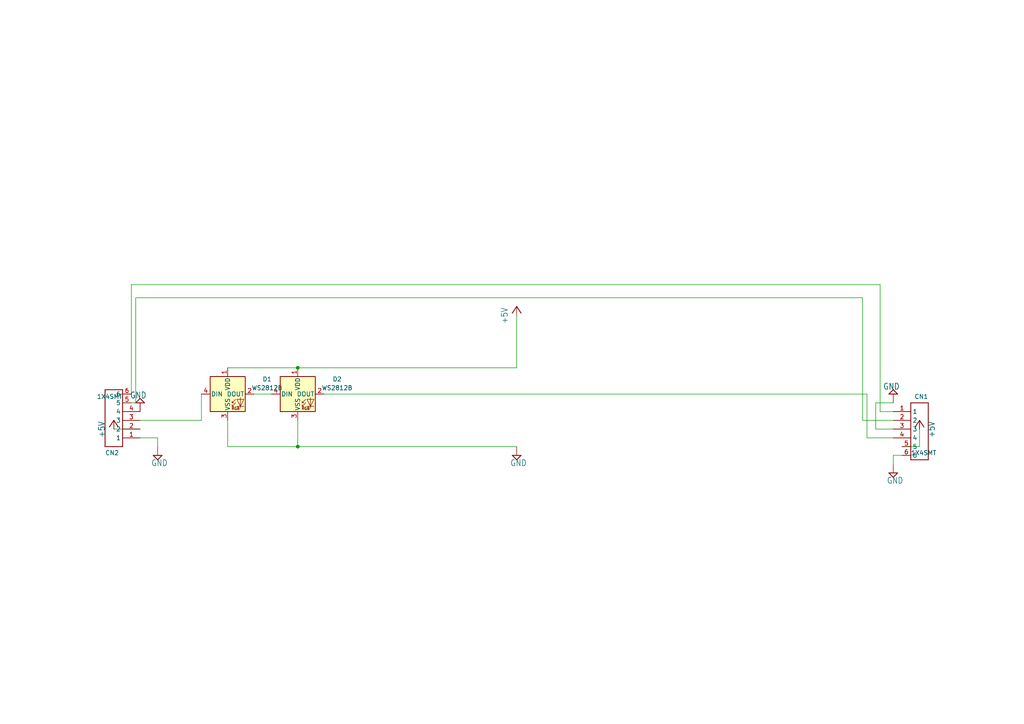
<source format=kicad_sch>
(kicad_sch (version 20211123) (generator eeschema)
  (paper "A4")
  (lib_symbols
    (symbol "1X4SMT_1"
      (property "Reference" "CN" (at 5.08 7.62 0))
      (property "Value" "1X4SMT_1" (at 0 -10.16 0))
      (symbol "1X4SMT_1_1_0"
        (polyline (pts (xy 0 -11.43) (xy 0 5.08)) (stroke (width 0.254)))
        (polyline (pts (xy 0 5.08) (xy 5.08 5.08)) (stroke (width 0.254)))
        (polyline (pts (xy 5.08 -11.43) (xy 0 -11.43)) (stroke (width 0.254)))
        (polyline (pts (xy 5.08 5.08) (xy 5.08 -11.43)) (stroke (width 0.254)))
        (pin bidirectional line (at -5.08 2.54 0) (length 5.08) (name "1") (number "1"))
        (pin bidirectional line (at -5.08 0 0) (length 5.08) (name "2") (number "2"))
        (pin bidirectional line (at -5.08 -2.54 0) (length 5.08) (name "3") (number "3"))
        (pin bidirectional line (at -5.08 -5.08 0) (length 5.08) (name "4") (number "4"))
      )
      (symbol "1X4SMT_1_1_1"
        (pin bidirectional line (at -2.54 -7.62 0) (length 2.54) (name "5") (number "5"))
        (pin bidirectional line (at -2.54 -10.16 0) (length 2.54) (name "6") (number "6"))
      )
    )
    (symbol "Adafruit NeoPixel 8 Stick-eagle-import:+5V" (power)
      (property "Value" "+5V" (at -2.54 -5.08 90))
      (symbol "+5V_1_0"
        (polyline (pts (xy 0 0) (xy -1.27 -1.905)) (stroke (width 0.254)))
        (polyline (pts (xy 1.27 -1.905) (xy 0 0)) (stroke (width 0.254)))
        (pin power_in line (at 0 -2.54 90) (length 2.54) (name "+5V") (number "1"))
      )
    )
    (symbol "Adafruit NeoPixel 8 Stick-eagle-import:1X4SMT"
      (property "Reference" "CN" (at 5.08 7.62 0))
      (property "Value" "1X4SMT" (at 0 -10.16 0))
      (symbol "1X4SMT_1_0"
        (polyline (pts (xy 0 -11.43) (xy 0 5.08)) (stroke (width 0.254)))
        (polyline (pts (xy 0 5.08) (xy 5.08 5.08)) (stroke (width 0.254)))
        (polyline (pts (xy 5.08 -11.43) (xy 0 -11.43)) (stroke (width 0.254)))
        (polyline (pts (xy 5.08 5.08) (xy 5.08 -11.43)) (stroke (width 0.254)))
        (pin bidirectional line (at -5.08 2.54 0) (length 5.08) (name "1") (number "1"))
        (pin bidirectional line (at -5.08 0 0) (length 5.08) (name "2") (number "2"))
        (pin bidirectional line (at -5.08 -2.54 0) (length 5.08) (name "3") (number "3"))
        (pin bidirectional line (at -5.08 -5.08 0) (length 5.08) (name "4") (number "4"))
      )
      (symbol "1X4SMT_1_1"
        (pin bidirectional line (at -2.54 -7.62 0) (length 2.54) (name "5") (number "5"))
        (pin bidirectional line (at -2.54 -10.16 0) (length 2.54) (name "6") (number "6"))
      )
    )
    (symbol "Adafruit NeoPixel 8 Stick-eagle-import:GND" (power)
      (property "Value" "GND" (at -1.905 -3.175 0))
      (symbol "GND_1_0"
        (polyline (pts (xy -1.27 0) (xy 1.27 0)) (stroke (width 0.254)))
        (polyline (pts (xy 0 -1.27) (xy -1.27 0)) (stroke (width 0.254)))
        (polyline (pts (xy 1.27 0) (xy 0 -1.27)) (stroke (width 0.254)))
        (pin power_in line (at 0 2.54 270) (length 2.54) (name "GND") (number "1"))
      )
    )
    (symbol "LED:WS2812B" (pin_names (offset 0.254))
      (property "Reference" "D" (at 5.08 5.715 0))
      (property "Value" "WS2812B" (at 1.27 -5.715 0))
      (symbol "WS2812B_0_0"
        (text "RGB" (at 2.286 -4.191 0) (effects (font (size 0.762 0.762))))
      )
      (symbol "WS2812B_0_1"
        (polyline (pts (xy 1.27 -3.556) (xy 1.778 -3.556)))
        (polyline (pts (xy 1.27 -2.54) (xy 1.778 -2.54)))
        (polyline (pts (xy 4.699 -3.556) (xy 2.667 -3.556)))
        (polyline (pts (xy 2.286 -2.54) (xy 1.27 -3.556) (xy 1.27 -3.048)))
        (polyline (pts (xy 2.286 -1.524) (xy 1.27 -2.54) (xy 1.27 -2.032)))
        (polyline (pts (xy 3.683 -1.016) (xy 3.683 -3.556) (xy 3.683 -4.064)))
        (polyline (pts (xy 4.699 -1.524) (xy 2.667 -1.524) (xy 3.683 -3.556) (xy 4.699 -1.524)))
        (rectangle (start 5.08 5.08) (end -5.08 -5.08) (stroke (width 0.254)) (fill (type background)))
      )
      (symbol "WS2812B_1_1"
        (pin power_in line (at 0 7.62 270) (length 2.54) (name "VDD") (number "1"))
        (pin output line (at 7.62 0 180) (length 2.54) (name "DOUT") (number "2"))
        (pin power_in line (at 0 -7.62 90) (length 2.54) (name "VSS") (number "3"))
        (pin input line (at -7.62 0 0) (length 2.54) (name "DIN") (number "4"))
      )
    )
  )
  (junction (at 86.36 129.54))
  (junction (at 86.36 106.68))
  (wire (pts (xy 40.64 127) (xy 45.72 127)))
  (wire (pts (xy 45.72 127) (xy 45.72 129.54)))
  (wire (pts (xy 259.08 132.08) (xy 259.08 134.62)))
  (wire (pts (xy 38.1 116.84) (xy 39.37 116.84)))
  (wire (pts (xy 40.64 121.92) (xy 58.42 121.92)))
  (wire (pts (xy 254 116.84) (xy 259.08 116.84)))
  (wire (pts (xy 254 124.46) (xy 254 116.84)))
  (wire (pts (xy 73.66 114.3) (xy 78.74 114.3)))
  (wire (pts (xy 251.46 114.3) (xy 251.46 127)))
  (wire (pts (xy 255.27 82.55) (xy 255.27 119.38)))
  (wire (pts (xy 66.04 106.68) (xy 86.36 106.68)))
  (wire (pts (xy 250.19 86.36) (xy 250.19 121.92)))
  (wire (pts (xy 66.04 121.92) (xy 66.04 129.54)))
  (wire (pts (xy 38.1 82.55) (xy 255.27 82.55)))
  (wire (pts (xy 86.36 106.68) (xy 149.86 106.68)))
  (wire (pts (xy 86.36 129.54) (xy 149.86 129.54)))
  (wire (pts (xy 58.42 121.92) (xy 58.42 114.3)))
  (wire (pts (xy 39.37 86.36) (xy 250.19 86.36)))
  (wire (pts (xy 86.36 121.92) (xy 86.36 129.54)))
  (wire (pts (xy 66.04 129.54) (xy 86.36 129.54)))
  (wire (pts (xy 250.19 121.92) (xy 259.08 121.92)))
  (wire (pts (xy 33.02 124.46) (xy 40.64 124.46)))
  (wire (pts (xy 251.46 127) (xy 259.08 127)))
  (wire (pts (xy 255.27 119.38) (xy 259.08 119.38)))
  (wire (pts (xy 259.08 124.46) (xy 254 124.46)))
  (wire (pts (xy 39.37 116.84) (xy 39.37 86.36)))
  (wire (pts (xy 261.62 132.08) (xy 259.08 132.08)))
  (wire (pts (xy 261.62 129.54) (xy 266.7 129.54)))
  (wire (pts (xy 93.98 114.3) (xy 251.46 114.3)))
  (wire (pts (xy 38.1 114.3) (xy 38.1 82.55)))
  (wire (pts (xy 149.86 91.44) (xy 149.86 106.68)))
  (wire (pts (xy 266.7 129.54) (xy 266.7 124.46)))
  (symbol (lib_id "LED:WS2812B") (at 86.36 114.3 0) (unit 1)
    (property "Reference" "D2" (at 97.79 109.9693 0))
    (property "Value" "WS2812B" (at 97.79 112.5093 0))
    (property "Footprint" "LED_SMD:LED_WS2812B_PLCC4_5.0x5.0mm_P3.2mm" (effects hide))
    (property "Datasheet" "https://cdn-shop.adafruit.com/datasheets/WS2812B.pdf" (effects hide))
  )
  (symbol (lib_id "Adafruit NeoPixel 8 Stick-eagle-import:GND") (at 40.64 116.84 180) (unit 1)
    (property "Reference" "#SUPPLY02" (effects hide))
    (property "Value" "GND" (at 42.545 113.665 0) (effects (font (size 1.778 1.5113)) (justify left bottom)))
    (property "Footprint" "Adafruit NeoPixel 8 Stick:" (effects hide))
  )
  (symbol (lib_id "Adafruit NeoPixel 8 Stick-eagle-import:+5V") (at 33.02 121.92 0) (unit 1)
    (property "Reference" "#P+011" (effects hide))
    (property "Value" "+5V" (at 30.48 127 90) (effects (font (size 1.778 1.5113)) (justify left bottom)))
    (property "Footprint" "Adafruit NeoPixel 8 Stick:" (effects hide))
  )
  (symbol (lib_id "Adafruit NeoPixel 8 Stick-eagle-import:GND") (at 45.72 132.08 0) (unit 1)
    (property "Reference" "#SUPPLY07" (effects hide))
    (property "Value" "GND" (at 43.815 135.255 0) (effects (font (size 1.778 1.5113)) (justify left bottom)))
    (property "Footprint" "Adafruit NeoPixel 8 Stick:" (effects hide))
  )
  (symbol (lib_id "Adafruit NeoPixel 8 Stick-eagle-import:1X4SMT") (at 35.56 124.46 180) (unit 1)
    (property "Reference" "CN2" (at 30.48 132.08 0) (effects (justify right top)))
    (property "Value" "1X4SMT" (at 35.56 114.3 0) (effects (justify left bottom)))
    (property "Footprint" "Adafruit NeoPixel 8 Stick:1X4-SMT" (effects hide))
  )
  (symbol (lib_id "LED:WS2812B") (at 66.04 114.3 0) (unit 1)
    (property "Reference" "D1" (at 77.47 109.9693 0))
    (property "Value" "WS2812B" (at 77.47 112.5093 0))
    (property "Footprint" "LED_SMD:LED_WS2812B_PLCC4_5.0x5.0mm_P3.2mm" (effects hide))
    (property "Datasheet" "https://cdn-shop.adafruit.com/datasheets/WS2812B.pdf" (effects hide))
  )
  (symbol (lib_id "Adafruit NeoPixel 8 Stick-eagle-import:+5V") (at 149.86 88.9 0) (unit 1)
    (property "Reference" "#P+02" (effects hide))
    (property "Value" "+5V" (at 147.32 93.98 90) (effects (font (size 1.778 1.5113)) (justify left bottom)))
    (property "Footprint" "Adafruit NeoPixel 8 Stick:" (effects hide))
  )
  (symbol (lib_name "1X4SMT_1") (lib_id "Adafruit NeoPixel 8 Stick-eagle-import:1X4SMT") (at 264.16 121.92 0) (unit 1)
    (property "Reference" "CN1" (at 269.24 114.3 0) (effects (justify right top)))
    (property "Value" "1X4SMT" (at 264.16 132.08 0) (effects (justify left bottom)))
    (property "Footprint" "Adafruit NeoPixel 8 Stick:1X4-SMT" (effects hide))
  )
  (symbol (lib_id "Adafruit NeoPixel 8 Stick-eagle-import:+5V") (at 266.7 121.92 0) (mirror y) (unit 1)
    (property "Reference" "#P+01" (effects hide))
    (property "Value" "+5V" (at 269.24 127 90) (effects (font (size 1.778 1.5113)) (justify left bottom)))
    (property "Footprint" "Adafruit NeoPixel 8 Stick:" (effects hide))
  )
  (symbol (lib_id "Adafruit NeoPixel 8 Stick-eagle-import:GND") (at 149.86 132.08 0) (unit 1)
    (property "Reference" "#SUPPLY03" (effects hide))
    (property "Value" "GND" (at 147.955 135.255 0) (effects (font (size 1.778 1.5113)) (justify left bottom)))
    (property "Footprint" "Adafruit NeoPixel 8 Stick:" (effects hide))
  )
  (symbol (lib_id "Adafruit NeoPixel 8 Stick-eagle-import:GND") (at 259.08 137.16 0) (unit 1)
    (property "Reference" "#SUPPLY09" (effects hide))
    (property "Value" "GND" (at 257.175 140.335 0) (effects (font (size 1.778 1.5113)) (justify left bottom)))
    (property "Footprint" "Adafruit NeoPixel 8 Stick:" (effects hide))
  )
  (symbol (lib_id "Adafruit NeoPixel 8 Stick-eagle-import:GND") (at 259.08 114.3 180) (unit 1)
    (property "Reference" "#SUPPLY01" (effects hide))
    (property "Value" "GND" (at 260.985 111.125 0) (effects (font (size 1.778 1.5113)) (justify left bottom)))
    (property "Footprint" "Adafruit NeoPixel 8 Stick:" (effects hide))
  )
)
</source>
